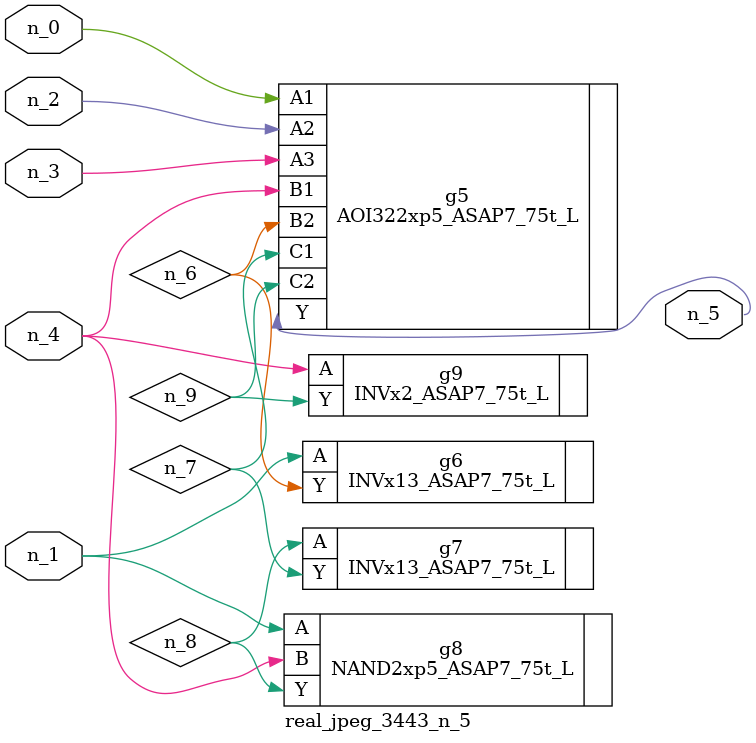
<source format=v>
module real_jpeg_3443_n_5 (n_4, n_0, n_1, n_2, n_3, n_5);

input n_4;
input n_0;
input n_1;
input n_2;
input n_3;

output n_5;

wire n_8;
wire n_6;
wire n_7;
wire n_9;

AOI322xp5_ASAP7_75t_L g5 ( 
.A1(n_0),
.A2(n_2),
.A3(n_3),
.B1(n_4),
.B2(n_6),
.C1(n_7),
.C2(n_9),
.Y(n_5)
);

INVx13_ASAP7_75t_L g6 ( 
.A(n_1),
.Y(n_6)
);

NAND2xp5_ASAP7_75t_L g8 ( 
.A(n_1),
.B(n_4),
.Y(n_8)
);

INVx2_ASAP7_75t_L g9 ( 
.A(n_4),
.Y(n_9)
);

INVx13_ASAP7_75t_L g7 ( 
.A(n_8),
.Y(n_7)
);


endmodule
</source>
